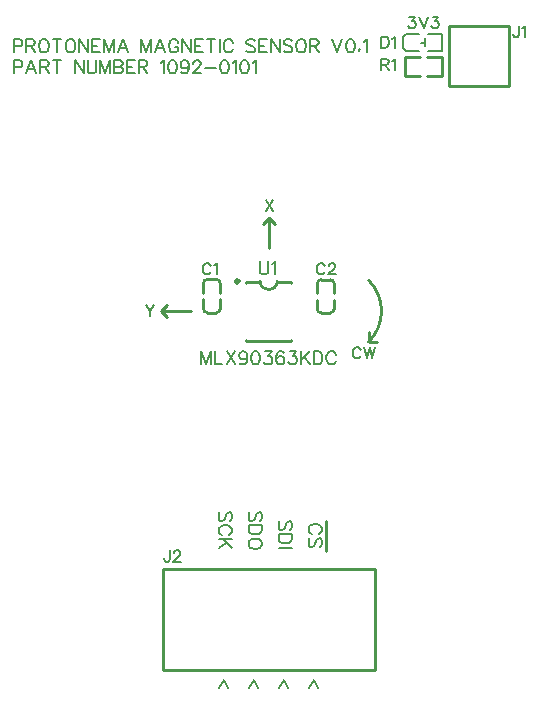
<source format=gto>
G04 Layer: TopSilkscreenLayer*
G04 Panelize: , Column: 2, Row: 2, Board Size: 58.42mm x 58.42mm, Panelized Board Size: 118.84mm x 118.84mm*
G04 EasyEDA v6.5.34, 2023-08-21 18:11:39*
G04 00f0e8dbea56480481fd11457a506d8e,5a6b42c53f6a479593ecc07194224c93,10*
G04 Gerber Generator version 0.2*
G04 Scale: 100 percent, Rotated: No, Reflected: No *
G04 Dimensions in millimeters *
G04 leading zeros omitted , absolute positions ,4 integer and 5 decimal *
%FSLAX45Y45*%
%MOMM*%

%ADD10C,0.1524*%
%ADD11C,0.2540*%
%ADD12C,0.1500*%
%ADD13C,0.3000*%

%LPD*%
D10*
X762000Y5423915D02*
G01*
X762000Y5314950D01*
X762000Y5423915D02*
G01*
X808736Y5423915D01*
X824229Y5418836D01*
X829563Y5413502D01*
X834644Y5403087D01*
X834644Y5387594D01*
X829563Y5377179D01*
X824229Y5372100D01*
X808736Y5366765D01*
X762000Y5366765D01*
X910589Y5423915D02*
G01*
X868934Y5314950D01*
X910589Y5423915D02*
G01*
X952245Y5314950D01*
X884681Y5351271D02*
G01*
X936497Y5351271D01*
X986536Y5423915D02*
G01*
X986536Y5314950D01*
X986536Y5423915D02*
G01*
X1033271Y5423915D01*
X1048765Y5418836D01*
X1054100Y5413502D01*
X1059179Y5403087D01*
X1059179Y5392673D01*
X1054100Y5382260D01*
X1048765Y5377179D01*
X1033271Y5372100D01*
X986536Y5372100D01*
X1022857Y5372100D02*
G01*
X1059179Y5314950D01*
X1129792Y5423915D02*
G01*
X1129792Y5314950D01*
X1093470Y5423915D02*
G01*
X1166113Y5423915D01*
X1280413Y5423915D02*
G01*
X1280413Y5314950D01*
X1280413Y5423915D02*
G01*
X1353312Y5314950D01*
X1353312Y5423915D02*
G01*
X1353312Y5314950D01*
X1387602Y5423915D02*
G01*
X1387602Y5345937D01*
X1392681Y5330444D01*
X1403095Y5320029D01*
X1418589Y5314950D01*
X1429004Y5314950D01*
X1444752Y5320029D01*
X1455165Y5330444D01*
X1460245Y5345937D01*
X1460245Y5423915D01*
X1494536Y5423915D02*
G01*
X1494536Y5314950D01*
X1494536Y5423915D02*
G01*
X1536192Y5314950D01*
X1577594Y5423915D02*
G01*
X1536192Y5314950D01*
X1577594Y5423915D02*
G01*
X1577594Y5314950D01*
X1611884Y5423915D02*
G01*
X1611884Y5314950D01*
X1611884Y5423915D02*
G01*
X1658620Y5423915D01*
X1674368Y5418836D01*
X1679447Y5413502D01*
X1684781Y5403087D01*
X1684781Y5392673D01*
X1679447Y5382260D01*
X1674368Y5377179D01*
X1658620Y5372100D01*
X1611884Y5372100D02*
G01*
X1658620Y5372100D01*
X1674368Y5366765D01*
X1679447Y5361686D01*
X1684781Y5351271D01*
X1684781Y5335523D01*
X1679447Y5325110D01*
X1674368Y5320029D01*
X1658620Y5314950D01*
X1611884Y5314950D01*
X1719071Y5423915D02*
G01*
X1719071Y5314950D01*
X1719071Y5423915D02*
G01*
X1786636Y5423915D01*
X1719071Y5372100D02*
G01*
X1760473Y5372100D01*
X1719071Y5314950D02*
G01*
X1786636Y5314950D01*
X1820926Y5423915D02*
G01*
X1820926Y5314950D01*
X1820926Y5423915D02*
G01*
X1867662Y5423915D01*
X1883155Y5418836D01*
X1888489Y5413502D01*
X1893570Y5403087D01*
X1893570Y5392673D01*
X1888489Y5382260D01*
X1883155Y5377179D01*
X1867662Y5372100D01*
X1820926Y5372100D01*
X1857247Y5372100D02*
G01*
X1893570Y5314950D01*
X2007870Y5403087D02*
G01*
X2018284Y5408421D01*
X2033777Y5423915D01*
X2033777Y5314950D01*
X2099309Y5423915D02*
G01*
X2083815Y5418836D01*
X2073402Y5403087D01*
X2068068Y5377179D01*
X2068068Y5361686D01*
X2073402Y5335523D01*
X2083815Y5320029D01*
X2099309Y5314950D01*
X2109724Y5314950D01*
X2125218Y5320029D01*
X2135631Y5335523D01*
X2140965Y5361686D01*
X2140965Y5377179D01*
X2135631Y5403087D01*
X2125218Y5418836D01*
X2109724Y5423915D01*
X2099309Y5423915D01*
X2242820Y5387594D02*
G01*
X2237486Y5372100D01*
X2227072Y5361686D01*
X2211577Y5356352D01*
X2206243Y5356352D01*
X2190750Y5361686D01*
X2180336Y5372100D01*
X2175256Y5387594D01*
X2175256Y5392673D01*
X2180336Y5408421D01*
X2190750Y5418836D01*
X2206243Y5423915D01*
X2211577Y5423915D01*
X2227072Y5418836D01*
X2237486Y5408421D01*
X2242820Y5387594D01*
X2242820Y5361686D01*
X2237486Y5335523D01*
X2227072Y5320029D01*
X2211577Y5314950D01*
X2201163Y5314950D01*
X2185670Y5320029D01*
X2180336Y5330444D01*
X2282190Y5398007D02*
G01*
X2282190Y5403087D01*
X2287270Y5413502D01*
X2292604Y5418836D01*
X2303018Y5423915D01*
X2323845Y5423915D01*
X2334259Y5418836D01*
X2339340Y5413502D01*
X2344420Y5403087D01*
X2344420Y5392673D01*
X2339340Y5382260D01*
X2328925Y5366765D01*
X2277109Y5314950D01*
X2349754Y5314950D01*
X2384043Y5361686D02*
G01*
X2477515Y5361686D01*
X2543047Y5423915D02*
G01*
X2527300Y5418836D01*
X2517140Y5403087D01*
X2511806Y5377179D01*
X2511806Y5361686D01*
X2517140Y5335523D01*
X2527300Y5320029D01*
X2543047Y5314950D01*
X2553461Y5314950D01*
X2568956Y5320029D01*
X2579370Y5335523D01*
X2584450Y5361686D01*
X2584450Y5377179D01*
X2579370Y5403087D01*
X2568956Y5418836D01*
X2553461Y5423915D01*
X2543047Y5423915D01*
X2618740Y5403087D02*
G01*
X2629154Y5408421D01*
X2644902Y5423915D01*
X2644902Y5314950D01*
X2710179Y5423915D02*
G01*
X2694686Y5418836D01*
X2684272Y5403087D01*
X2679191Y5377179D01*
X2679191Y5361686D01*
X2684272Y5335523D01*
X2694686Y5320029D01*
X2710179Y5314950D01*
X2720593Y5314950D01*
X2736341Y5320029D01*
X2746756Y5335523D01*
X2751836Y5361686D01*
X2751836Y5377179D01*
X2746756Y5403087D01*
X2736341Y5418836D01*
X2720593Y5423915D01*
X2710179Y5423915D01*
X2786125Y5403087D02*
G01*
X2796540Y5408421D01*
X2812034Y5423915D01*
X2812034Y5314950D01*
X762000Y5601715D02*
G01*
X762000Y5492750D01*
X762000Y5601715D02*
G01*
X808736Y5601715D01*
X824229Y5596636D01*
X829563Y5591302D01*
X834644Y5580887D01*
X834644Y5565394D01*
X829563Y5554979D01*
X824229Y5549900D01*
X808736Y5544565D01*
X762000Y5544565D01*
X868934Y5601715D02*
G01*
X868934Y5492750D01*
X868934Y5601715D02*
G01*
X915670Y5601715D01*
X931418Y5596636D01*
X936497Y5591302D01*
X941831Y5580887D01*
X941831Y5570473D01*
X936497Y5560060D01*
X931418Y5554979D01*
X915670Y5549900D01*
X868934Y5549900D01*
X905510Y5549900D02*
G01*
X941831Y5492750D01*
X1007110Y5601715D02*
G01*
X996950Y5596636D01*
X986536Y5586221D01*
X981202Y5575807D01*
X976121Y5560060D01*
X976121Y5534152D01*
X981202Y5518657D01*
X986536Y5508244D01*
X996950Y5497829D01*
X1007110Y5492750D01*
X1027937Y5492750D01*
X1038352Y5497829D01*
X1048765Y5508244D01*
X1054100Y5518657D01*
X1059179Y5534152D01*
X1059179Y5560060D01*
X1054100Y5575807D01*
X1048765Y5586221D01*
X1038352Y5596636D01*
X1027937Y5601715D01*
X1007110Y5601715D01*
X1129792Y5601715D02*
G01*
X1129792Y5492750D01*
X1093470Y5601715D02*
G01*
X1166113Y5601715D01*
X1231645Y5601715D02*
G01*
X1221231Y5596636D01*
X1210818Y5586221D01*
X1205737Y5575807D01*
X1200404Y5560060D01*
X1200404Y5534152D01*
X1205737Y5518657D01*
X1210818Y5508244D01*
X1221231Y5497829D01*
X1231645Y5492750D01*
X1252473Y5492750D01*
X1262887Y5497829D01*
X1273302Y5508244D01*
X1278381Y5518657D01*
X1283715Y5534152D01*
X1283715Y5560060D01*
X1278381Y5575807D01*
X1273302Y5586221D01*
X1262887Y5596636D01*
X1252473Y5601715D01*
X1231645Y5601715D01*
X1318005Y5601715D02*
G01*
X1318005Y5492750D01*
X1318005Y5601715D02*
G01*
X1390650Y5492750D01*
X1390650Y5601715D02*
G01*
X1390650Y5492750D01*
X1424939Y5601715D02*
G01*
X1424939Y5492750D01*
X1424939Y5601715D02*
G01*
X1492504Y5601715D01*
X1424939Y5549900D02*
G01*
X1466595Y5549900D01*
X1424939Y5492750D02*
G01*
X1492504Y5492750D01*
X1526794Y5601715D02*
G01*
X1526794Y5492750D01*
X1526794Y5601715D02*
G01*
X1568450Y5492750D01*
X1609852Y5601715D02*
G01*
X1568450Y5492750D01*
X1609852Y5601715D02*
G01*
X1609852Y5492750D01*
X1685797Y5601715D02*
G01*
X1644142Y5492750D01*
X1685797Y5601715D02*
G01*
X1727200Y5492750D01*
X1659889Y5529071D02*
G01*
X1711705Y5529071D01*
X1841500Y5601715D02*
G01*
X1841500Y5492750D01*
X1841500Y5601715D02*
G01*
X1883155Y5492750D01*
X1924812Y5601715D02*
G01*
X1883155Y5492750D01*
X1924812Y5601715D02*
G01*
X1924812Y5492750D01*
X2000504Y5601715D02*
G01*
X1959102Y5492750D01*
X2000504Y5601715D02*
G01*
X2042159Y5492750D01*
X1974595Y5529071D02*
G01*
X2026665Y5529071D01*
X2154427Y5575807D02*
G01*
X2149093Y5586221D01*
X2138679Y5596636D01*
X2128520Y5601715D01*
X2107691Y5601715D01*
X2097277Y5596636D01*
X2086863Y5586221D01*
X2081529Y5575807D01*
X2076450Y5560060D01*
X2076450Y5534152D01*
X2081529Y5518657D01*
X2086863Y5508244D01*
X2097277Y5497829D01*
X2107691Y5492750D01*
X2128520Y5492750D01*
X2138679Y5497829D01*
X2149093Y5508244D01*
X2154427Y5518657D01*
X2154427Y5534152D01*
X2128520Y5534152D02*
G01*
X2154427Y5534152D01*
X2188718Y5601715D02*
G01*
X2188718Y5492750D01*
X2188718Y5601715D02*
G01*
X2261361Y5492750D01*
X2261361Y5601715D02*
G01*
X2261361Y5492750D01*
X2295652Y5601715D02*
G01*
X2295652Y5492750D01*
X2295652Y5601715D02*
G01*
X2363215Y5601715D01*
X2295652Y5549900D02*
G01*
X2337308Y5549900D01*
X2295652Y5492750D02*
G01*
X2363215Y5492750D01*
X2433827Y5601715D02*
G01*
X2433827Y5492750D01*
X2397506Y5601715D02*
G01*
X2470150Y5601715D01*
X2504440Y5601715D02*
G01*
X2504440Y5492750D01*
X2616708Y5575807D02*
G01*
X2611627Y5586221D01*
X2601213Y5596636D01*
X2590800Y5601715D01*
X2569972Y5601715D01*
X2559558Y5596636D01*
X2549143Y5586221D01*
X2544063Y5575807D01*
X2538729Y5560060D01*
X2538729Y5534152D01*
X2544063Y5518657D01*
X2549143Y5508244D01*
X2559558Y5497829D01*
X2569972Y5492750D01*
X2590800Y5492750D01*
X2601213Y5497829D01*
X2611627Y5508244D01*
X2616708Y5518657D01*
X2803906Y5586221D02*
G01*
X2793491Y5596636D01*
X2777743Y5601715D01*
X2757170Y5601715D01*
X2741422Y5596636D01*
X2731008Y5586221D01*
X2731008Y5575807D01*
X2736341Y5565394D01*
X2741422Y5560060D01*
X2751836Y5554979D01*
X2783077Y5544565D01*
X2793491Y5539486D01*
X2798572Y5534152D01*
X2803906Y5523737D01*
X2803906Y5508244D01*
X2793491Y5497829D01*
X2777743Y5492750D01*
X2757170Y5492750D01*
X2741422Y5497829D01*
X2731008Y5508244D01*
X2838195Y5601715D02*
G01*
X2838195Y5492750D01*
X2838195Y5601715D02*
G01*
X2905759Y5601715D01*
X2838195Y5549900D02*
G01*
X2879597Y5549900D01*
X2838195Y5492750D02*
G01*
X2905759Y5492750D01*
X2940050Y5601715D02*
G01*
X2940050Y5492750D01*
X2940050Y5601715D02*
G01*
X3012693Y5492750D01*
X3012693Y5601715D02*
G01*
X3012693Y5492750D01*
X3119627Y5586221D02*
G01*
X3109213Y5596636D01*
X3093720Y5601715D01*
X3072891Y5601715D01*
X3057397Y5596636D01*
X3046984Y5586221D01*
X3046984Y5575807D01*
X3052063Y5565394D01*
X3057397Y5560060D01*
X3067811Y5554979D01*
X3098800Y5544565D01*
X3109213Y5539486D01*
X3114547Y5534152D01*
X3119627Y5523737D01*
X3119627Y5508244D01*
X3109213Y5497829D01*
X3093720Y5492750D01*
X3072891Y5492750D01*
X3057397Y5497829D01*
X3046984Y5508244D01*
X3185159Y5601715D02*
G01*
X3174745Y5596636D01*
X3164331Y5586221D01*
X3159252Y5575807D01*
X3153918Y5560060D01*
X3153918Y5534152D01*
X3159252Y5518657D01*
X3164331Y5508244D01*
X3174745Y5497829D01*
X3185159Y5492750D01*
X3205988Y5492750D01*
X3216402Y5497829D01*
X3226815Y5508244D01*
X3231895Y5518657D01*
X3237229Y5534152D01*
X3237229Y5560060D01*
X3231895Y5575807D01*
X3226815Y5586221D01*
X3216402Y5596636D01*
X3205988Y5601715D01*
X3185159Y5601715D01*
X3271520Y5601715D02*
G01*
X3271520Y5492750D01*
X3271520Y5601715D02*
G01*
X3318256Y5601715D01*
X3333750Y5596636D01*
X3338829Y5591302D01*
X3344163Y5580887D01*
X3344163Y5570473D01*
X3338829Y5560060D01*
X3333750Y5554979D01*
X3318256Y5549900D01*
X3271520Y5549900D01*
X3307841Y5549900D02*
G01*
X3344163Y5492750D01*
X3458463Y5601715D02*
G01*
X3500120Y5492750D01*
X3541522Y5601715D02*
G01*
X3500120Y5492750D01*
X3607054Y5601715D02*
G01*
X3591559Y5596636D01*
X3581145Y5580887D01*
X3575811Y5554979D01*
X3575811Y5539486D01*
X3581145Y5513323D01*
X3591559Y5497829D01*
X3607054Y5492750D01*
X3617468Y5492750D01*
X3632961Y5497829D01*
X3643375Y5513323D01*
X3648709Y5539486D01*
X3648709Y5554979D01*
X3643375Y5580887D01*
X3632961Y5596636D01*
X3617468Y5601715D01*
X3607054Y5601715D01*
X3688079Y5518657D02*
G01*
X3683000Y5513323D01*
X3688079Y5508244D01*
X3693159Y5513323D01*
X3688079Y5518657D01*
X3727450Y5580887D02*
G01*
X3737863Y5586221D01*
X3753611Y5601715D01*
X3753611Y5492750D01*
X2082304Y1276474D02*
G01*
X2082304Y1203827D01*
X2077732Y1190111D01*
X2073160Y1185542D01*
X2064016Y1180967D01*
X2055126Y1180967D01*
X2045982Y1185542D01*
X2041410Y1190111D01*
X2036838Y1203827D01*
X2036838Y1212974D01*
X2116848Y1253865D02*
G01*
X2116848Y1258440D01*
X2121420Y1267327D01*
X2125992Y1271899D01*
X2135136Y1276474D01*
X2153170Y1276474D01*
X2162314Y1271899D01*
X2166886Y1267327D01*
X2171458Y1258440D01*
X2171458Y1249296D01*
X2166886Y1240149D01*
X2157742Y1226433D01*
X2112276Y1180967D01*
X2176030Y1180967D01*
X3345121Y1416682D02*
G01*
X3356043Y1422270D01*
X3366711Y1433192D01*
X3372299Y1444114D01*
X3372299Y1465958D01*
X3366711Y1476880D01*
X3356043Y1487802D01*
X3345121Y1493136D01*
X3328611Y1498470D01*
X3301433Y1498470D01*
X3284923Y1493136D01*
X3274001Y1487802D01*
X3263079Y1476880D01*
X3257745Y1465958D01*
X3257745Y1444114D01*
X3263079Y1433192D01*
X3274001Y1422270D01*
X3284923Y1416682D01*
X3356043Y1304414D02*
G01*
X3366711Y1315336D01*
X3372299Y1331592D01*
X3372299Y1353436D01*
X3366711Y1369946D01*
X3356043Y1380868D01*
X3345121Y1380868D01*
X3334199Y1375280D01*
X3328611Y1369946D01*
X3323277Y1359024D01*
X3312355Y1326258D01*
X3306767Y1315336D01*
X3301433Y1309748D01*
X3290511Y1304414D01*
X3274001Y1304414D01*
X3263079Y1315336D01*
X3257745Y1331592D01*
X3257745Y1353436D01*
X3263079Y1369946D01*
X3274001Y1380868D01*
X2594046Y1523895D02*
G01*
X2604714Y1534817D01*
X2610302Y1551073D01*
X2610302Y1572917D01*
X2604714Y1589173D01*
X2594046Y1600095D01*
X2583124Y1600095D01*
X2572202Y1594761D01*
X2566614Y1589173D01*
X2561280Y1578505D01*
X2550358Y1545739D01*
X2544770Y1534817D01*
X2539436Y1529229D01*
X2528514Y1523895D01*
X2512004Y1523895D01*
X2501082Y1534817D01*
X2495748Y1551073D01*
X2495748Y1572917D01*
X2501082Y1589173D01*
X2512004Y1600095D01*
X2583124Y1406039D02*
G01*
X2594046Y1411373D01*
X2604714Y1422295D01*
X2610302Y1433217D01*
X2610302Y1455061D01*
X2604714Y1465983D01*
X2594046Y1476905D01*
X2583124Y1482493D01*
X2566614Y1487827D01*
X2539436Y1487827D01*
X2522926Y1482493D01*
X2512004Y1476905D01*
X2501082Y1465983D01*
X2495748Y1455061D01*
X2495748Y1433217D01*
X2501082Y1422295D01*
X2512004Y1411373D01*
X2522926Y1406039D01*
X2610302Y1369971D02*
G01*
X2495748Y1369971D01*
X2610302Y1293771D02*
G01*
X2533848Y1369971D01*
X2561280Y1342793D02*
G01*
X2495748Y1293771D01*
X3101845Y1447538D02*
G01*
X3112767Y1458460D01*
X3118355Y1474970D01*
X3118355Y1496814D01*
X3112767Y1513070D01*
X3101845Y1523992D01*
X3090923Y1523992D01*
X3080001Y1518658D01*
X3074667Y1513070D01*
X3069079Y1502148D01*
X3058411Y1469382D01*
X3052823Y1458460D01*
X3047489Y1453126D01*
X3036567Y1447538D01*
X3020057Y1447538D01*
X3009135Y1458460D01*
X3003801Y1474970D01*
X3003801Y1496814D01*
X3009135Y1513070D01*
X3020057Y1523992D01*
X3118355Y1411724D02*
G01*
X3003801Y1411724D01*
X3118355Y1411724D02*
G01*
X3118355Y1373370D01*
X3112767Y1357114D01*
X3101845Y1346192D01*
X3090923Y1340604D01*
X3074667Y1335270D01*
X3047489Y1335270D01*
X3030979Y1340604D01*
X3020057Y1346192D01*
X3009135Y1357114D01*
X3003801Y1373370D01*
X3003801Y1411724D01*
X3118355Y1299202D02*
G01*
X3003801Y1299202D01*
X2847845Y1523738D02*
G01*
X2858767Y1534660D01*
X2864355Y1551170D01*
X2864355Y1573014D01*
X2858767Y1589270D01*
X2847845Y1600192D01*
X2836923Y1600192D01*
X2826001Y1594858D01*
X2820667Y1589270D01*
X2815079Y1578348D01*
X2804411Y1545582D01*
X2798823Y1534660D01*
X2793489Y1529326D01*
X2782567Y1523738D01*
X2766057Y1523738D01*
X2755135Y1534660D01*
X2749801Y1551170D01*
X2749801Y1573014D01*
X2755135Y1589270D01*
X2766057Y1600192D01*
X2864355Y1487924D02*
G01*
X2749801Y1487924D01*
X2864355Y1487924D02*
G01*
X2864355Y1449570D01*
X2858767Y1433314D01*
X2847845Y1422392D01*
X2836923Y1416804D01*
X2820667Y1411470D01*
X2793489Y1411470D01*
X2776979Y1416804D01*
X2766057Y1422392D01*
X2755135Y1433314D01*
X2749801Y1449570D01*
X2749801Y1487924D01*
X2864355Y1342636D02*
G01*
X2858767Y1353558D01*
X2847845Y1364480D01*
X2836923Y1370068D01*
X2820667Y1375402D01*
X2793489Y1375402D01*
X2776979Y1370068D01*
X2766057Y1364480D01*
X2755135Y1353558D01*
X2749801Y1342636D01*
X2749801Y1321046D01*
X2755135Y1310124D01*
X2766057Y1299202D01*
X2776979Y1293614D01*
X2793489Y1288280D01*
X2820667Y1288280D01*
X2836923Y1293614D01*
X2847845Y1299202D01*
X2858767Y1310124D01*
X2864355Y1321046D01*
X2864355Y1342636D01*
X2578966Y108612D02*
G01*
X2538072Y181510D01*
X2497178Y108612D01*
X2832966Y108612D02*
G01*
X2792072Y181510D01*
X2751178Y108612D01*
X3086966Y108612D02*
G01*
X3046072Y181510D01*
X3005178Y108612D01*
X3340966Y108612D02*
G01*
X3300072Y181510D01*
X3259178Y108612D01*
X5036565Y5714237D02*
G01*
X5036565Y5641594D01*
X5031993Y5627878D01*
X5027424Y5623305D01*
X5018277Y5618734D01*
X5009390Y5618734D01*
X5000243Y5623305D01*
X4995674Y5627878D01*
X4991105Y5641594D01*
X4991105Y5650737D01*
X5066540Y5696204D02*
G01*
X5075681Y5700776D01*
X5089397Y5714237D01*
X5089397Y5618734D01*
X4111243Y5790437D02*
G01*
X4161281Y5790437D01*
X4133850Y5754115D01*
X4147565Y5754115D01*
X4156709Y5749544D01*
X4161281Y5744971D01*
X4165854Y5731510D01*
X4165854Y5722365D01*
X4161281Y5708650D01*
X4152138Y5699505D01*
X4138422Y5694934D01*
X4124706Y5694934D01*
X4111243Y5699505D01*
X4106672Y5704078D01*
X4102100Y5713221D01*
X4195825Y5790437D02*
G01*
X4232147Y5694934D01*
X4268470Y5790437D02*
G01*
X4232147Y5694934D01*
X4307586Y5790437D02*
G01*
X4357624Y5790437D01*
X4330191Y5754115D01*
X4343908Y5754115D01*
X4353052Y5749544D01*
X4357624Y5744971D01*
X4362195Y5731510D01*
X4362195Y5722365D01*
X4357624Y5708650D01*
X4348479Y5699505D01*
X4334763Y5694934D01*
X4321302Y5694934D01*
X4307586Y5699505D01*
X4303013Y5704078D01*
X4298441Y5713221D01*
X2349497Y2960123D02*
G01*
X2349497Y2851157D01*
X2349497Y2960123D02*
G01*
X2391153Y2851157D01*
X2432555Y2960123D02*
G01*
X2391153Y2851157D01*
X2432555Y2960123D02*
G01*
X2432555Y2851157D01*
X2466845Y2960123D02*
G01*
X2466845Y2851157D01*
X2466845Y2851157D02*
G01*
X2529329Y2851157D01*
X2563619Y2960123D02*
G01*
X2636263Y2851157D01*
X2636263Y2960123D02*
G01*
X2563619Y2851157D01*
X2738117Y2923801D02*
G01*
X2733037Y2908307D01*
X2722623Y2897893D01*
X2706875Y2892559D01*
X2701795Y2892559D01*
X2686047Y2897893D01*
X2675887Y2908307D01*
X2670553Y2923801D01*
X2670553Y2928881D01*
X2675887Y2944629D01*
X2686047Y2955043D01*
X2701795Y2960123D01*
X2706875Y2960123D01*
X2722623Y2955043D01*
X2733037Y2944629D01*
X2738117Y2923801D01*
X2738117Y2897893D01*
X2733037Y2871731D01*
X2722623Y2856237D01*
X2706875Y2851157D01*
X2696461Y2851157D01*
X2680967Y2856237D01*
X2675887Y2866651D01*
X2803649Y2960123D02*
G01*
X2787901Y2955043D01*
X2777487Y2939295D01*
X2772407Y2913387D01*
X2772407Y2897893D01*
X2777487Y2871731D01*
X2787901Y2856237D01*
X2803649Y2851157D01*
X2814063Y2851157D01*
X2829557Y2856237D01*
X2839971Y2871731D01*
X2845051Y2897893D01*
X2845051Y2913387D01*
X2839971Y2939295D01*
X2829557Y2955043D01*
X2814063Y2960123D01*
X2803649Y2960123D01*
X2889755Y2960123D02*
G01*
X2946905Y2960123D01*
X2915917Y2918467D01*
X2931411Y2918467D01*
X2941825Y2913387D01*
X2946905Y2908307D01*
X2952239Y2892559D01*
X2952239Y2882145D01*
X2946905Y2866651D01*
X2936491Y2856237D01*
X2920997Y2851157D01*
X2905503Y2851157D01*
X2889755Y2856237D01*
X2884675Y2861317D01*
X2879341Y2871731D01*
X3048759Y2944629D02*
G01*
X3043679Y2955043D01*
X3027931Y2960123D01*
X3017517Y2960123D01*
X3002023Y2955043D01*
X2991609Y2939295D01*
X2986529Y2913387D01*
X2986529Y2887479D01*
X2991609Y2866651D01*
X3002023Y2856237D01*
X3017517Y2851157D01*
X3022851Y2851157D01*
X3038345Y2856237D01*
X3048759Y2866651D01*
X3054093Y2882145D01*
X3054093Y2887479D01*
X3048759Y2902973D01*
X3038345Y2913387D01*
X3022851Y2918467D01*
X3017517Y2918467D01*
X3002023Y2913387D01*
X2991609Y2902973D01*
X2986529Y2887479D01*
X3098797Y2960123D02*
G01*
X3155947Y2960123D01*
X3124705Y2918467D01*
X3140199Y2918467D01*
X3150613Y2913387D01*
X3155947Y2908307D01*
X3161027Y2892559D01*
X3161027Y2882145D01*
X3155947Y2866651D01*
X3145533Y2856237D01*
X3129785Y2851157D01*
X3114291Y2851157D01*
X3098797Y2856237D01*
X3093463Y2861317D01*
X3088383Y2871731D01*
X3195317Y2960123D02*
G01*
X3195317Y2851157D01*
X3267961Y2960123D02*
G01*
X3195317Y2887479D01*
X3221225Y2913387D02*
G01*
X3267961Y2851157D01*
X3302251Y2960123D02*
G01*
X3302251Y2851157D01*
X3302251Y2960123D02*
G01*
X3338827Y2960123D01*
X3354321Y2955043D01*
X3364735Y2944629D01*
X3369815Y2934215D01*
X3375149Y2918467D01*
X3375149Y2892559D01*
X3369815Y2877065D01*
X3364735Y2866651D01*
X3354321Y2856237D01*
X3338827Y2851157D01*
X3302251Y2851157D01*
X3487417Y2934215D02*
G01*
X3482083Y2944629D01*
X3471669Y2955043D01*
X3461255Y2960123D01*
X3440427Y2960123D01*
X3430267Y2955043D01*
X3419853Y2944629D01*
X3414519Y2934215D01*
X3409439Y2918467D01*
X3409439Y2892559D01*
X3414519Y2877065D01*
X3419853Y2866651D01*
X3430267Y2856237D01*
X3440427Y2851157D01*
X3461255Y2851157D01*
X3471669Y2856237D01*
X3482083Y2866651D01*
X3487417Y2877065D01*
X1879798Y3351837D02*
G01*
X1916120Y3306371D01*
X1916120Y3256333D01*
X1952442Y3351837D02*
G01*
X1916120Y3306371D01*
X2895795Y4240834D02*
G01*
X2959549Y4145330D01*
X2959549Y4240834D02*
G01*
X2895795Y4145330D01*
X3700259Y2973834D02*
G01*
X3695941Y2982978D01*
X3686797Y2991868D01*
X3677653Y2996440D01*
X3659365Y2996440D01*
X3650475Y2991868D01*
X3641331Y2982978D01*
X3636759Y2973834D01*
X3632187Y2960118D01*
X3632187Y2937512D01*
X3636759Y2923796D01*
X3641331Y2914652D01*
X3650475Y2905508D01*
X3659365Y2900936D01*
X3677653Y2900936D01*
X3686797Y2905508D01*
X3695941Y2914652D01*
X3700259Y2923796D01*
X3730485Y2996440D02*
G01*
X3753091Y2900936D01*
X3775951Y2996440D02*
G01*
X3753091Y2900936D01*
X3775951Y2996440D02*
G01*
X3798557Y2900936D01*
X3821163Y2996440D02*
G01*
X3798557Y2900936D01*
X2844800Y3722115D02*
G01*
X2844800Y3644137D01*
X2849879Y3628644D01*
X2860293Y3618229D01*
X2876041Y3613150D01*
X2886456Y3613150D01*
X2901950Y3618229D01*
X2912363Y3628644D01*
X2917443Y3644137D01*
X2917443Y3722115D01*
X2951734Y3701287D02*
G01*
X2962147Y3706621D01*
X2977895Y3722115D01*
X2977895Y3613150D01*
X3873500Y5625337D02*
G01*
X3873500Y5529834D01*
X3873500Y5625337D02*
G01*
X3905250Y5625337D01*
X3918965Y5620765D01*
X3928109Y5611876D01*
X3932681Y5602731D01*
X3937254Y5589015D01*
X3937254Y5566410D01*
X3932681Y5552694D01*
X3928109Y5543550D01*
X3918965Y5534405D01*
X3905250Y5529834D01*
X3873500Y5529834D01*
X3967225Y5607304D02*
G01*
X3976115Y5611876D01*
X3989831Y5625337D01*
X3989831Y5529834D01*
X3873500Y5434837D02*
G01*
X3873500Y5339334D01*
X3873500Y5434837D02*
G01*
X3914393Y5434837D01*
X3928109Y5430265D01*
X3932681Y5425694D01*
X3937254Y5416804D01*
X3937254Y5407660D01*
X3932681Y5398515D01*
X3928109Y5393944D01*
X3914393Y5389371D01*
X3873500Y5389371D01*
X3905250Y5389371D02*
G01*
X3937254Y5339334D01*
X3967225Y5416804D02*
G01*
X3976115Y5421376D01*
X3989831Y5434837D01*
X3989831Y5339334D01*
X3395456Y3685026D02*
G01*
X3391138Y3694170D01*
X3381994Y3703060D01*
X3372850Y3707632D01*
X3354562Y3707632D01*
X3345672Y3703060D01*
X3336528Y3694170D01*
X3331956Y3685026D01*
X3327384Y3671310D01*
X3327384Y3648704D01*
X3331956Y3634988D01*
X3336528Y3625844D01*
X3345672Y3616700D01*
X3354562Y3612128D01*
X3372850Y3612128D01*
X3381994Y3616700D01*
X3391138Y3625844D01*
X3395456Y3634988D01*
X3430000Y3685026D02*
G01*
X3430000Y3689598D01*
X3434572Y3698488D01*
X3439144Y3703060D01*
X3448288Y3707632D01*
X3466576Y3707632D01*
X3475466Y3703060D01*
X3480038Y3698488D01*
X3484610Y3689598D01*
X3484610Y3680454D01*
X3480038Y3671310D01*
X3471148Y3657594D01*
X3425682Y3612128D01*
X3489182Y3612128D01*
X2430244Y3685019D02*
G01*
X2425926Y3694163D01*
X2416782Y3703053D01*
X2407638Y3707625D01*
X2389350Y3707625D01*
X2380460Y3703053D01*
X2371316Y3694163D01*
X2366744Y3685019D01*
X2362172Y3671303D01*
X2362172Y3648697D01*
X2366744Y3634981D01*
X2371316Y3625837D01*
X2380460Y3616693D01*
X2389350Y3612121D01*
X2407638Y3612121D01*
X2416782Y3616693D01*
X2425926Y3625837D01*
X2430244Y3634981D01*
X2460470Y3689591D02*
G01*
X2469360Y3694163D01*
X2483076Y3707625D01*
X2483076Y3612121D01*
D11*
X3767007Y3040174D02*
G01*
X3835392Y3040174D01*
X3767007Y3124194D02*
G01*
X3767007Y3040174D01*
X2006798Y3301791D02*
G01*
X2057598Y3250991D01*
X2006798Y3301791D02*
G01*
X2057598Y3352591D01*
X2260798Y3301791D02*
G01*
X2006798Y3301791D01*
X2921203Y4089191D02*
G01*
X2870403Y4038391D01*
X2921203Y4089191D02*
G01*
X2972003Y4038391D01*
X2921203Y3835191D02*
G01*
X2921203Y4089191D01*
X3403592Y1269997D02*
G01*
X3403592Y1523997D01*
X2770995Y3551991D02*
G01*
X2848338Y3551991D01*
X3070994Y3551991D02*
G01*
X2993623Y3551991D01*
X3070994Y3551991D02*
G01*
X3111494Y3551991D01*
X3111494Y3542850D01*
X2770995Y3051992D02*
G01*
X2730494Y3051992D01*
X2730494Y3061134D01*
X2770995Y3551991D02*
G01*
X2730494Y3551991D01*
X2730494Y3542850D01*
X3070994Y3051992D02*
G01*
X3111494Y3051992D01*
X3111494Y3061134D01*
X3070994Y3051992D02*
G01*
X2770995Y3051992D01*
D12*
X4246100Y5575523D02*
G01*
X4212099Y5575523D01*
X4054093Y5540296D02*
G01*
X4054093Y5530293D01*
X4084088Y5500291D01*
X4269094Y5650298D02*
G01*
X4384095Y5650298D01*
X4269094Y5500291D02*
G01*
X4384095Y5500291D01*
X4189095Y5650298D02*
G01*
X4084088Y5650298D01*
X4189095Y5500291D02*
G01*
X4084088Y5500291D01*
X4384095Y5650285D02*
G01*
X4384095Y5502295D01*
X4054093Y5610288D02*
G01*
X4054093Y5540296D01*
X4054093Y5610288D02*
G01*
X4054093Y5620303D01*
X4084088Y5650298D01*
X4246100Y5610296D02*
G01*
X4246100Y5542297D01*
D11*
X4074038Y5291587D02*
G01*
X4074038Y5451591D01*
X4384095Y5292097D02*
G01*
X4384095Y5452102D01*
X4199034Y5451591D02*
G01*
X4074038Y5451591D01*
X4199034Y5291587D02*
G01*
X4074038Y5291587D01*
X4259092Y5452102D02*
G01*
X4384095Y5452102D01*
X4259092Y5292097D02*
G01*
X4384095Y5292097D01*
X3363615Y3567993D02*
G01*
X3443617Y3567993D01*
X3332629Y3457018D02*
G01*
X3332629Y3537016D01*
X3474595Y3457018D02*
G01*
X3474595Y3537016D01*
X3332048Y3399429D02*
G01*
X3332048Y3319429D01*
X3363031Y3288446D02*
G01*
X3443028Y3288446D01*
X3474008Y3399429D02*
G01*
X3474008Y3319429D01*
X2478371Y3289990D02*
G01*
X2398369Y3289990D01*
X2509357Y3400966D02*
G01*
X2509357Y3320968D01*
X2367391Y3400966D02*
G01*
X2367391Y3320968D01*
X2509939Y3458555D02*
G01*
X2509939Y3538555D01*
X2478956Y3569538D02*
G01*
X2398958Y3569538D01*
X2367978Y3458555D02*
G01*
X2367978Y3538555D01*
G75*
G01*
X3767008Y3040177D02*
G03*
X3767008Y3563808I-261816J261815D01*
G75*
G01*
X2848338Y3551992D02*
G03*
X2993624Y3551502I72657J3980D01*
G75*
G01*
X3363031Y3288441D02*
G02*
X3332048Y3319424I0J30983D01*
G75*
G01*
X3474014Y3319424D02*
G02*
X3443028Y3288441I-30983J0D01*
G75*
G01*
X3332630Y3537011D02*
G02*
X3363615Y3567994I30983J0D01*
G75*
G01*
X3443613Y3567994D02*
G02*
X3474596Y3537011I0J-30983D01*
G75*
G01*
X2478956Y3569543D02*
G02*
X2509939Y3538560I0J-30983D01*
G75*
G01*
X2367973Y3538560D02*
G02*
X2398959Y3569543I30983J0D01*
G75*
G01*
X2509357Y3320974D02*
G02*
X2478372Y3289991I-30982J0D01*
G75*
G01*
X2398375Y3289991D02*
G02*
X2367392Y3320974I0J30983D01*
D13*
G75*
G01
X2669311Y3556000D02*
G03X2669311Y3556000I-15011J0D01*
D11*
X2022729Y1114399D02*
G01*
X3822725Y1114399D01*
X3822725Y264388D01*
X2022729Y264388D01*
X2022729Y1114399D01*
X4445000Y5715000D02*
G01*
X4953000Y5715000D01*
X4953000Y5207000D01*
X4445000Y5207000D01*
X4445000Y5715000D01*
M02*

</source>
